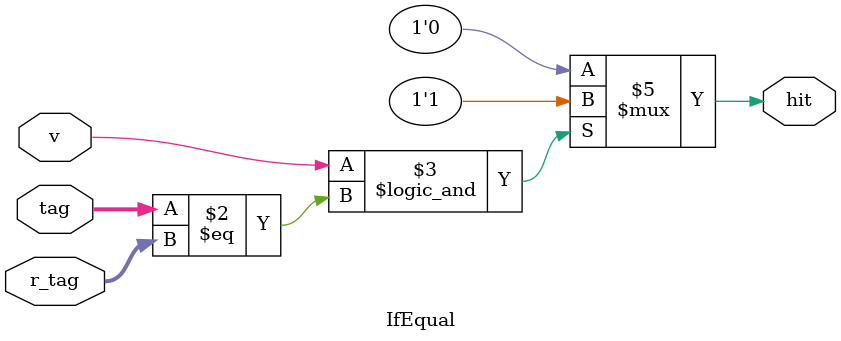
<source format=v>
module IfEqual(
    input [19:0]    r_tag,
    input           v,
    input [19:0]    tag,
    output reg      hit
);

always @(*) begin
    if (v && (tag == r_tag))
        hit = 1'b1;
    else
        hit = 1'b0;
end

endmodule
</source>
